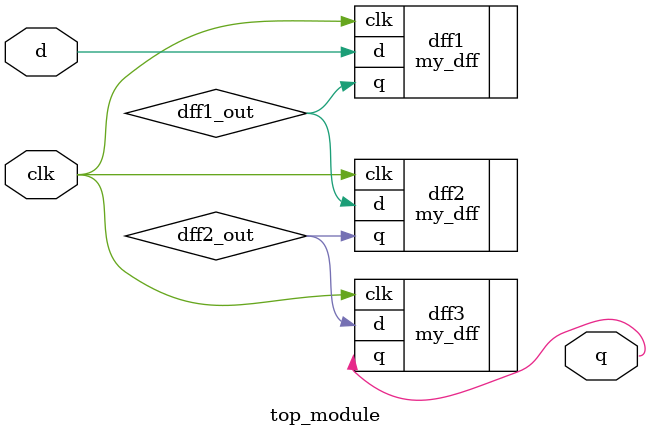
<source format=v>
/*
You are given a module my_dff with two inputs and one output (that implements a D flip-flop). 
Instantiate three of them, then chain them together to make a shift register of length 3. The clk port needs to be connected to all instances.

The module provided to you is: module my_dff ( input clk, input d, output q );

Note that to make the internal connections, you will need to declare some wires. Be careful about naming your wires and module instances: the names must be unique.
*/


module top_module ( input clk, input d, output q );

    // wire for the first data flip flop
    wire dff1_out;

    // wire for the second data flip flop
    wire dff2_out;


    // the first data flip flop
    my_dff dff1 (  .clk(clk), .d(d), .q(dff1_out) );

    // the second data flip flop
    my_dff dff2 ( .clk(clk), .d(dff1_out), .q(dff2_out));

    // the third data flip flop
    my_dff dff3 ( .clk(clk), .d(dff2_out), .q(q));



endmodule
</source>
